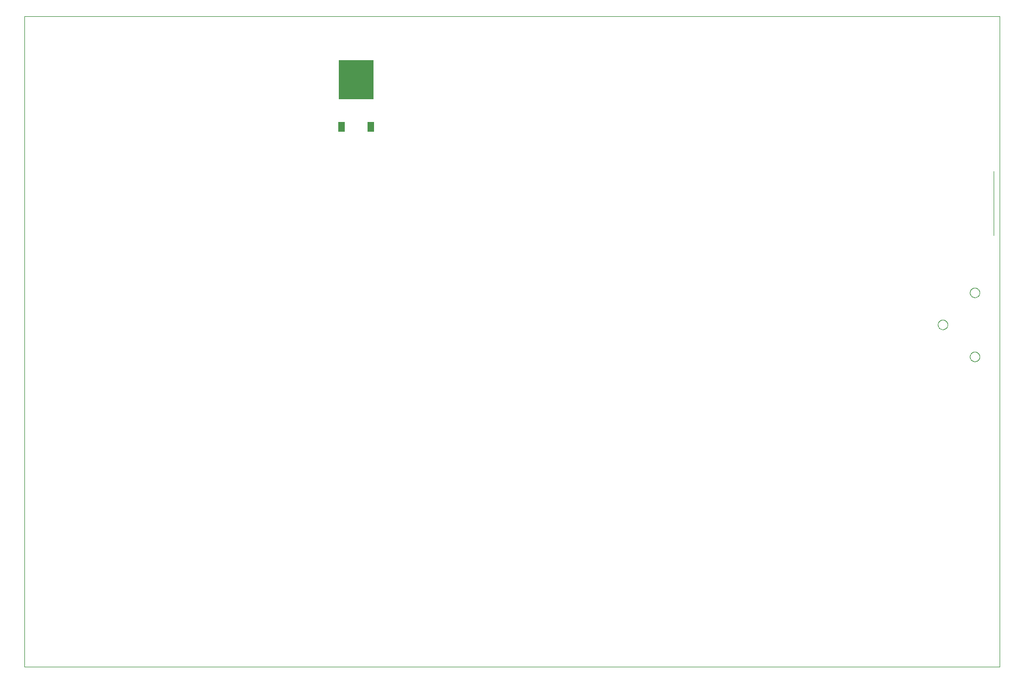
<source format=gtp>
G75*
%MOIN*%
%OFA0B0*%
%FSLAX25Y25*%
%IPPOS*%
%LPD*%
%AMOC8*
5,1,8,0,0,1.08239X$1,22.5*
%
%ADD10C,0.00000*%
%ADD11R,0.21260X0.24409*%
%ADD12R,0.03937X0.06299*%
D10*
X0199833Y0054300D02*
X0199833Y0454260D01*
X0799534Y0454260D01*
X0799534Y0054300D01*
X0199833Y0054300D01*
X0761565Y0264693D02*
X0761567Y0264801D01*
X0761573Y0264910D01*
X0761583Y0265018D01*
X0761597Y0265125D01*
X0761615Y0265232D01*
X0761636Y0265339D01*
X0761662Y0265444D01*
X0761692Y0265549D01*
X0761725Y0265652D01*
X0761762Y0265754D01*
X0761803Y0265854D01*
X0761847Y0265953D01*
X0761896Y0266051D01*
X0761947Y0266146D01*
X0762002Y0266239D01*
X0762061Y0266331D01*
X0762123Y0266420D01*
X0762188Y0266507D01*
X0762256Y0266591D01*
X0762327Y0266673D01*
X0762401Y0266752D01*
X0762478Y0266828D01*
X0762558Y0266902D01*
X0762641Y0266972D01*
X0762726Y0267040D01*
X0762813Y0267104D01*
X0762903Y0267165D01*
X0762995Y0267223D01*
X0763089Y0267277D01*
X0763185Y0267328D01*
X0763282Y0267375D01*
X0763382Y0267419D01*
X0763483Y0267459D01*
X0763585Y0267495D01*
X0763688Y0267527D01*
X0763793Y0267556D01*
X0763899Y0267580D01*
X0764005Y0267601D01*
X0764112Y0267618D01*
X0764220Y0267631D01*
X0764328Y0267640D01*
X0764437Y0267645D01*
X0764545Y0267646D01*
X0764654Y0267643D01*
X0764762Y0267636D01*
X0764870Y0267625D01*
X0764977Y0267610D01*
X0765084Y0267591D01*
X0765190Y0267568D01*
X0765295Y0267542D01*
X0765400Y0267511D01*
X0765502Y0267477D01*
X0765604Y0267439D01*
X0765704Y0267397D01*
X0765803Y0267352D01*
X0765900Y0267303D01*
X0765994Y0267250D01*
X0766087Y0267194D01*
X0766178Y0267135D01*
X0766267Y0267072D01*
X0766353Y0267007D01*
X0766437Y0266938D01*
X0766518Y0266866D01*
X0766596Y0266791D01*
X0766672Y0266713D01*
X0766745Y0266632D01*
X0766815Y0266549D01*
X0766881Y0266464D01*
X0766945Y0266376D01*
X0767005Y0266285D01*
X0767062Y0266193D01*
X0767115Y0266098D01*
X0767165Y0266002D01*
X0767211Y0265904D01*
X0767254Y0265804D01*
X0767293Y0265703D01*
X0767328Y0265600D01*
X0767360Y0265497D01*
X0767387Y0265392D01*
X0767411Y0265286D01*
X0767431Y0265179D01*
X0767447Y0265072D01*
X0767459Y0264964D01*
X0767467Y0264856D01*
X0767471Y0264747D01*
X0767471Y0264639D01*
X0767467Y0264530D01*
X0767459Y0264422D01*
X0767447Y0264314D01*
X0767431Y0264207D01*
X0767411Y0264100D01*
X0767387Y0263994D01*
X0767360Y0263889D01*
X0767328Y0263786D01*
X0767293Y0263683D01*
X0767254Y0263582D01*
X0767211Y0263482D01*
X0767165Y0263384D01*
X0767115Y0263288D01*
X0767062Y0263193D01*
X0767005Y0263101D01*
X0766945Y0263010D01*
X0766881Y0262922D01*
X0766815Y0262837D01*
X0766745Y0262754D01*
X0766672Y0262673D01*
X0766596Y0262595D01*
X0766518Y0262520D01*
X0766437Y0262448D01*
X0766353Y0262379D01*
X0766267Y0262314D01*
X0766178Y0262251D01*
X0766087Y0262192D01*
X0765995Y0262136D01*
X0765900Y0262083D01*
X0765803Y0262034D01*
X0765704Y0261989D01*
X0765604Y0261947D01*
X0765502Y0261909D01*
X0765400Y0261875D01*
X0765295Y0261844D01*
X0765190Y0261818D01*
X0765084Y0261795D01*
X0764977Y0261776D01*
X0764870Y0261761D01*
X0764762Y0261750D01*
X0764654Y0261743D01*
X0764545Y0261740D01*
X0764437Y0261741D01*
X0764328Y0261746D01*
X0764220Y0261755D01*
X0764112Y0261768D01*
X0764005Y0261785D01*
X0763899Y0261806D01*
X0763793Y0261830D01*
X0763688Y0261859D01*
X0763585Y0261891D01*
X0763483Y0261927D01*
X0763382Y0261967D01*
X0763282Y0262011D01*
X0763185Y0262058D01*
X0763089Y0262109D01*
X0762995Y0262163D01*
X0762903Y0262221D01*
X0762813Y0262282D01*
X0762726Y0262346D01*
X0762641Y0262414D01*
X0762558Y0262484D01*
X0762478Y0262558D01*
X0762401Y0262634D01*
X0762327Y0262713D01*
X0762256Y0262795D01*
X0762188Y0262879D01*
X0762123Y0262966D01*
X0762061Y0263055D01*
X0762002Y0263147D01*
X0761947Y0263240D01*
X0761896Y0263335D01*
X0761847Y0263433D01*
X0761803Y0263532D01*
X0761762Y0263632D01*
X0761725Y0263734D01*
X0761692Y0263837D01*
X0761662Y0263942D01*
X0761636Y0264047D01*
X0761615Y0264154D01*
X0761597Y0264261D01*
X0761583Y0264368D01*
X0761573Y0264476D01*
X0761567Y0264585D01*
X0761565Y0264693D01*
X0781250Y0245008D02*
X0781252Y0245116D01*
X0781258Y0245225D01*
X0781268Y0245333D01*
X0781282Y0245440D01*
X0781300Y0245547D01*
X0781321Y0245654D01*
X0781347Y0245759D01*
X0781377Y0245864D01*
X0781410Y0245967D01*
X0781447Y0246069D01*
X0781488Y0246169D01*
X0781532Y0246268D01*
X0781581Y0246366D01*
X0781632Y0246461D01*
X0781687Y0246554D01*
X0781746Y0246646D01*
X0781808Y0246735D01*
X0781873Y0246822D01*
X0781941Y0246906D01*
X0782012Y0246988D01*
X0782086Y0247067D01*
X0782163Y0247143D01*
X0782243Y0247217D01*
X0782326Y0247287D01*
X0782411Y0247355D01*
X0782498Y0247419D01*
X0782588Y0247480D01*
X0782680Y0247538D01*
X0782774Y0247592D01*
X0782870Y0247643D01*
X0782967Y0247690D01*
X0783067Y0247734D01*
X0783168Y0247774D01*
X0783270Y0247810D01*
X0783373Y0247842D01*
X0783478Y0247871D01*
X0783584Y0247895D01*
X0783690Y0247916D01*
X0783797Y0247933D01*
X0783905Y0247946D01*
X0784013Y0247955D01*
X0784122Y0247960D01*
X0784230Y0247961D01*
X0784339Y0247958D01*
X0784447Y0247951D01*
X0784555Y0247940D01*
X0784662Y0247925D01*
X0784769Y0247906D01*
X0784875Y0247883D01*
X0784980Y0247857D01*
X0785085Y0247826D01*
X0785187Y0247792D01*
X0785289Y0247754D01*
X0785389Y0247712D01*
X0785488Y0247667D01*
X0785585Y0247618D01*
X0785679Y0247565D01*
X0785772Y0247509D01*
X0785863Y0247450D01*
X0785952Y0247387D01*
X0786038Y0247322D01*
X0786122Y0247253D01*
X0786203Y0247181D01*
X0786281Y0247106D01*
X0786357Y0247028D01*
X0786430Y0246947D01*
X0786500Y0246864D01*
X0786566Y0246779D01*
X0786630Y0246691D01*
X0786690Y0246600D01*
X0786747Y0246508D01*
X0786800Y0246413D01*
X0786850Y0246317D01*
X0786896Y0246219D01*
X0786939Y0246119D01*
X0786978Y0246018D01*
X0787013Y0245915D01*
X0787045Y0245812D01*
X0787072Y0245707D01*
X0787096Y0245601D01*
X0787116Y0245494D01*
X0787132Y0245387D01*
X0787144Y0245279D01*
X0787152Y0245171D01*
X0787156Y0245062D01*
X0787156Y0244954D01*
X0787152Y0244845D01*
X0787144Y0244737D01*
X0787132Y0244629D01*
X0787116Y0244522D01*
X0787096Y0244415D01*
X0787072Y0244309D01*
X0787045Y0244204D01*
X0787013Y0244101D01*
X0786978Y0243998D01*
X0786939Y0243897D01*
X0786896Y0243797D01*
X0786850Y0243699D01*
X0786800Y0243603D01*
X0786747Y0243508D01*
X0786690Y0243416D01*
X0786630Y0243325D01*
X0786566Y0243237D01*
X0786500Y0243152D01*
X0786430Y0243069D01*
X0786357Y0242988D01*
X0786281Y0242910D01*
X0786203Y0242835D01*
X0786122Y0242763D01*
X0786038Y0242694D01*
X0785952Y0242629D01*
X0785863Y0242566D01*
X0785772Y0242507D01*
X0785680Y0242451D01*
X0785585Y0242398D01*
X0785488Y0242349D01*
X0785389Y0242304D01*
X0785289Y0242262D01*
X0785187Y0242224D01*
X0785085Y0242190D01*
X0784980Y0242159D01*
X0784875Y0242133D01*
X0784769Y0242110D01*
X0784662Y0242091D01*
X0784555Y0242076D01*
X0784447Y0242065D01*
X0784339Y0242058D01*
X0784230Y0242055D01*
X0784122Y0242056D01*
X0784013Y0242061D01*
X0783905Y0242070D01*
X0783797Y0242083D01*
X0783690Y0242100D01*
X0783584Y0242121D01*
X0783478Y0242145D01*
X0783373Y0242174D01*
X0783270Y0242206D01*
X0783168Y0242242D01*
X0783067Y0242282D01*
X0782967Y0242326D01*
X0782870Y0242373D01*
X0782774Y0242424D01*
X0782680Y0242478D01*
X0782588Y0242536D01*
X0782498Y0242597D01*
X0782411Y0242661D01*
X0782326Y0242729D01*
X0782243Y0242799D01*
X0782163Y0242873D01*
X0782086Y0242949D01*
X0782012Y0243028D01*
X0781941Y0243110D01*
X0781873Y0243194D01*
X0781808Y0243281D01*
X0781746Y0243370D01*
X0781687Y0243462D01*
X0781632Y0243555D01*
X0781581Y0243650D01*
X0781532Y0243748D01*
X0781488Y0243847D01*
X0781447Y0243947D01*
X0781410Y0244049D01*
X0781377Y0244152D01*
X0781347Y0244257D01*
X0781321Y0244362D01*
X0781300Y0244469D01*
X0781282Y0244576D01*
X0781268Y0244683D01*
X0781258Y0244791D01*
X0781252Y0244900D01*
X0781250Y0245008D01*
X0781250Y0284378D02*
X0781252Y0284486D01*
X0781258Y0284595D01*
X0781268Y0284703D01*
X0781282Y0284810D01*
X0781300Y0284917D01*
X0781321Y0285024D01*
X0781347Y0285129D01*
X0781377Y0285234D01*
X0781410Y0285337D01*
X0781447Y0285439D01*
X0781488Y0285539D01*
X0781532Y0285638D01*
X0781581Y0285736D01*
X0781632Y0285831D01*
X0781687Y0285924D01*
X0781746Y0286016D01*
X0781808Y0286105D01*
X0781873Y0286192D01*
X0781941Y0286276D01*
X0782012Y0286358D01*
X0782086Y0286437D01*
X0782163Y0286513D01*
X0782243Y0286587D01*
X0782326Y0286657D01*
X0782411Y0286725D01*
X0782498Y0286789D01*
X0782588Y0286850D01*
X0782680Y0286908D01*
X0782774Y0286962D01*
X0782870Y0287013D01*
X0782967Y0287060D01*
X0783067Y0287104D01*
X0783168Y0287144D01*
X0783270Y0287180D01*
X0783373Y0287212D01*
X0783478Y0287241D01*
X0783584Y0287265D01*
X0783690Y0287286D01*
X0783797Y0287303D01*
X0783905Y0287316D01*
X0784013Y0287325D01*
X0784122Y0287330D01*
X0784230Y0287331D01*
X0784339Y0287328D01*
X0784447Y0287321D01*
X0784555Y0287310D01*
X0784662Y0287295D01*
X0784769Y0287276D01*
X0784875Y0287253D01*
X0784980Y0287227D01*
X0785085Y0287196D01*
X0785187Y0287162D01*
X0785289Y0287124D01*
X0785389Y0287082D01*
X0785488Y0287037D01*
X0785585Y0286988D01*
X0785679Y0286935D01*
X0785772Y0286879D01*
X0785863Y0286820D01*
X0785952Y0286757D01*
X0786038Y0286692D01*
X0786122Y0286623D01*
X0786203Y0286551D01*
X0786281Y0286476D01*
X0786357Y0286398D01*
X0786430Y0286317D01*
X0786500Y0286234D01*
X0786566Y0286149D01*
X0786630Y0286061D01*
X0786690Y0285970D01*
X0786747Y0285878D01*
X0786800Y0285783D01*
X0786850Y0285687D01*
X0786896Y0285589D01*
X0786939Y0285489D01*
X0786978Y0285388D01*
X0787013Y0285285D01*
X0787045Y0285182D01*
X0787072Y0285077D01*
X0787096Y0284971D01*
X0787116Y0284864D01*
X0787132Y0284757D01*
X0787144Y0284649D01*
X0787152Y0284541D01*
X0787156Y0284432D01*
X0787156Y0284324D01*
X0787152Y0284215D01*
X0787144Y0284107D01*
X0787132Y0283999D01*
X0787116Y0283892D01*
X0787096Y0283785D01*
X0787072Y0283679D01*
X0787045Y0283574D01*
X0787013Y0283471D01*
X0786978Y0283368D01*
X0786939Y0283267D01*
X0786896Y0283167D01*
X0786850Y0283069D01*
X0786800Y0282973D01*
X0786747Y0282878D01*
X0786690Y0282786D01*
X0786630Y0282695D01*
X0786566Y0282607D01*
X0786500Y0282522D01*
X0786430Y0282439D01*
X0786357Y0282358D01*
X0786281Y0282280D01*
X0786203Y0282205D01*
X0786122Y0282133D01*
X0786038Y0282064D01*
X0785952Y0281999D01*
X0785863Y0281936D01*
X0785772Y0281877D01*
X0785680Y0281821D01*
X0785585Y0281768D01*
X0785488Y0281719D01*
X0785389Y0281674D01*
X0785289Y0281632D01*
X0785187Y0281594D01*
X0785085Y0281560D01*
X0784980Y0281529D01*
X0784875Y0281503D01*
X0784769Y0281480D01*
X0784662Y0281461D01*
X0784555Y0281446D01*
X0784447Y0281435D01*
X0784339Y0281428D01*
X0784230Y0281425D01*
X0784122Y0281426D01*
X0784013Y0281431D01*
X0783905Y0281440D01*
X0783797Y0281453D01*
X0783690Y0281470D01*
X0783584Y0281491D01*
X0783478Y0281515D01*
X0783373Y0281544D01*
X0783270Y0281576D01*
X0783168Y0281612D01*
X0783067Y0281652D01*
X0782967Y0281696D01*
X0782870Y0281743D01*
X0782774Y0281794D01*
X0782680Y0281848D01*
X0782588Y0281906D01*
X0782498Y0281967D01*
X0782411Y0282031D01*
X0782326Y0282099D01*
X0782243Y0282169D01*
X0782163Y0282243D01*
X0782086Y0282319D01*
X0782012Y0282398D01*
X0781941Y0282480D01*
X0781873Y0282564D01*
X0781808Y0282651D01*
X0781746Y0282740D01*
X0781687Y0282832D01*
X0781632Y0282925D01*
X0781581Y0283020D01*
X0781532Y0283118D01*
X0781488Y0283217D01*
X0781447Y0283317D01*
X0781410Y0283419D01*
X0781377Y0283522D01*
X0781347Y0283627D01*
X0781321Y0283732D01*
X0781300Y0283839D01*
X0781282Y0283946D01*
X0781268Y0284053D01*
X0781258Y0284161D01*
X0781252Y0284270D01*
X0781250Y0284378D01*
X0795699Y0319615D02*
X0795699Y0358985D01*
D11*
X0403833Y0415142D03*
D12*
X0394857Y0386402D03*
X0412810Y0386402D03*
M02*

</source>
